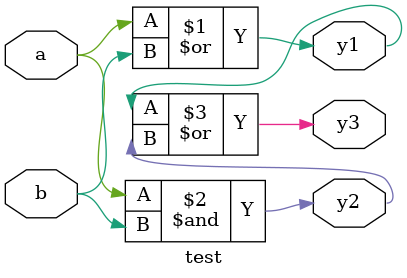
<source format=v>
module test(a,b,y1,y2,y3);
input a;
input b;
output y1,y2,y3;
assign y1 = a|b;
assign y2 = a&b;
assign y3 = y1|y2;
endmodule

</source>
